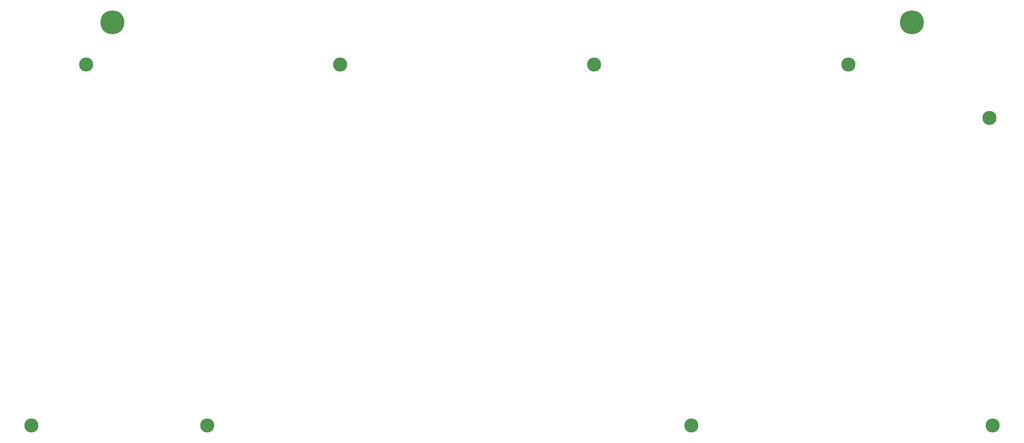
<source format=gbr>
%TF.GenerationSoftware,KiCad,Pcbnew,(5.1.9)-1*%
%TF.CreationDate,2021-09-28T04:32:12-04:00*%
%TF.ProjectId,neoutline,6e656f75-746c-4696-9e65-2e6b69636164,rev?*%
%TF.SameCoordinates,Original*%
%TF.FileFunction,Soldermask,Bot*%
%TF.FilePolarity,Negative*%
%FSLAX46Y46*%
G04 Gerber Fmt 4.6, Leading zero omitted, Abs format (unit mm)*
G04 Created by KiCad (PCBNEW (5.1.9)-1) date 2021-09-28 04:32:12*
%MOMM*%
%LPD*%
G01*
G04 APERTURE LIST*
%ADD10C,4.500000*%
%ADD11C,7.600000*%
G04 APERTURE END LIST*
D10*
%TO.C,REF\u002A\u002A*%
X292528868Y-73570270D03*
%TD*%
%TO.C,REF\u002A\u002A*%
X247553518Y-56570270D03*
%TD*%
%TO.C,REF\u002A\u002A*%
X166583518Y-56570270D03*
%TD*%
%TO.C,REF\u002A\u002A*%
X85623518Y-56570270D03*
%TD*%
%TO.C,REF\u002A\u002A*%
X4663518Y-56570270D03*
%TD*%
%TO.C,REF\u002A\u002A*%
X197528868Y-171570270D03*
%TD*%
%TO.C,REF\u002A\u002A*%
X43253518Y-171570270D03*
%TD*%
%TO.C,REF\u002A\u002A*%
X293528868Y-171570270D03*
%TD*%
D11*
%TO.C,REF\u002A\u002A*%
X267783900Y-43073500D03*
%TD*%
%TO.C,REF\u002A\u002A*%
X13008900Y-43098500D03*
%TD*%
D10*
%TO.C,REF\u002A\u002A*%
X-12746482Y-171570270D03*
%TD*%
M02*

</source>
